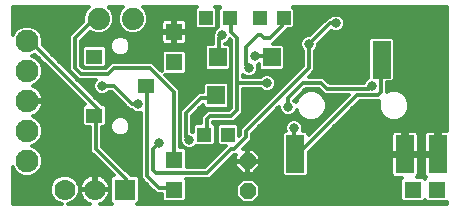
<source format=gbl>
G75*
%MOIN*%
%OFA0B0*%
%FSLAX25Y25*%
%IPPOS*%
%LPD*%
%AMOC8*
5,1,8,0,0,1.08239X$1,22.5*
%
%ADD10OC8,0.05200*%
%ADD11C,0.07000*%
%ADD12R,0.07000X0.07000*%
%ADD13R,0.05512X0.04724*%
%ADD14C,0.07400*%
%ADD15C,0.07600*%
%ADD16R,0.05543X0.05543*%
%ADD17R,0.05906X0.06299*%
%ADD18R,0.04724X0.04724*%
%ADD19R,0.06000X0.12500*%
%ADD20C,0.01200*%
%ADD21C,0.03160*%
%ADD22C,0.03346*%
%ADD23C,0.01600*%
%ADD24C,0.03150*%
D10*
X0082600Y0010600D03*
X0082600Y0020600D03*
D11*
X0031600Y0011100D03*
X0021600Y0011100D03*
D12*
X0041600Y0011100D03*
D13*
X0031439Y0035757D03*
X0048761Y0045600D03*
X0031439Y0055443D03*
D14*
X0032900Y0068100D03*
X0044300Y0068100D03*
D15*
X0009100Y0060600D03*
X0009100Y0050600D03*
X0009100Y0040600D03*
X0009100Y0030600D03*
X0009100Y0020600D03*
D16*
X0058100Y0021100D03*
X0058100Y0011100D03*
X0058100Y0053600D03*
X0058100Y0063600D03*
X0137600Y0011100D03*
X0145600Y0011100D03*
D17*
X0072100Y0042506D03*
X0072600Y0055194D03*
X0090600Y0055194D03*
D18*
X0086663Y0068285D03*
X0094537Y0068285D03*
X0076537Y0068285D03*
X0068663Y0068285D03*
X0068163Y0029415D03*
X0076037Y0029415D03*
D19*
X0098435Y0022850D03*
X0135002Y0022850D03*
X0145924Y0022850D03*
X0127191Y0054460D03*
D20*
X0004250Y0018721D02*
X0004250Y0006250D01*
X0020505Y0006250D01*
X0018824Y0006946D01*
X0017446Y0008324D01*
X0016700Y0010125D01*
X0016700Y0012075D01*
X0017446Y0013876D01*
X0018824Y0015254D01*
X0020625Y0016000D01*
X0022575Y0016000D01*
X0024376Y0015254D01*
X0025754Y0013876D01*
X0026500Y0012075D01*
X0026500Y0010125D01*
X0025754Y0008324D01*
X0024376Y0006946D01*
X0022695Y0006250D01*
X0030023Y0006250D01*
X0029642Y0006374D01*
X0028927Y0006738D01*
X0028278Y0007210D01*
X0027710Y0007778D01*
X0027238Y0008427D01*
X0026874Y0009142D01*
X0026626Y0009906D01*
X0026500Y0010699D01*
X0026500Y0010814D01*
X0031314Y0010814D01*
X0031314Y0011386D01*
X0031314Y0016200D01*
X0031199Y0016200D01*
X0030406Y0016074D01*
X0029642Y0015826D01*
X0028927Y0015462D01*
X0028278Y0014990D01*
X0027710Y0014422D01*
X0027238Y0013773D01*
X0026874Y0013058D01*
X0026626Y0012294D01*
X0026500Y0011501D01*
X0026500Y0011386D01*
X0031314Y0011386D01*
X0031886Y0011386D01*
X0031886Y0016200D01*
X0032001Y0016200D01*
X0032794Y0016074D01*
X0033558Y0015826D01*
X0034273Y0015462D01*
X0034922Y0014990D01*
X0035490Y0014422D01*
X0035962Y0013773D01*
X0036326Y0013058D01*
X0036574Y0012294D01*
X0036700Y0011501D01*
X0036700Y0011386D01*
X0031886Y0011386D01*
X0031886Y0010814D01*
X0036700Y0010814D01*
X0036700Y0010699D01*
X0036574Y0009906D01*
X0036326Y0009142D01*
X0035962Y0008427D01*
X0035490Y0007778D01*
X0034922Y0007210D01*
X0034273Y0006738D01*
X0033558Y0006374D01*
X0033177Y0006250D01*
X0037470Y0006250D01*
X0036700Y0007020D01*
X0036700Y0015180D01*
X0037520Y0016000D01*
X0037872Y0016000D01*
X0030100Y0023772D01*
X0030100Y0031995D01*
X0028103Y0031995D01*
X0027283Y0032815D01*
X0027283Y0038700D01*
X0028103Y0039520D01*
X0028352Y0039520D01*
X0011787Y0056085D01*
X0010617Y0055600D01*
X0012046Y0055008D01*
X0013508Y0053546D01*
X0014300Y0051634D01*
X0014300Y0049566D01*
X0013508Y0047654D01*
X0012046Y0046192D01*
X0010867Y0045704D01*
X0011173Y0045604D01*
X0011930Y0045218D01*
X0012618Y0044719D01*
X0013219Y0044118D01*
X0013718Y0043430D01*
X0014104Y0042673D01*
X0014367Y0041865D01*
X0014500Y0041025D01*
X0014500Y0040984D01*
X0009484Y0040984D01*
X0009484Y0040216D01*
X0014500Y0040216D01*
X0014500Y0040175D01*
X0014367Y0039335D01*
X0014104Y0038527D01*
X0013718Y0037770D01*
X0013219Y0037082D01*
X0012618Y0036481D01*
X0011930Y0035982D01*
X0011173Y0035596D01*
X0010867Y0035496D01*
X0012046Y0035008D01*
X0013508Y0033546D01*
X0014300Y0031634D01*
X0014300Y0029566D01*
X0013508Y0027654D01*
X0012046Y0026192D01*
X0010617Y0025600D01*
X0012046Y0025008D01*
X0013508Y0023546D01*
X0014300Y0021634D01*
X0014300Y0019566D01*
X0013508Y0017654D01*
X0012046Y0016192D01*
X0010134Y0015400D01*
X0008066Y0015400D01*
X0006154Y0016192D01*
X0004692Y0017654D01*
X0004250Y0018721D01*
X0004250Y0017784D02*
X0004638Y0017784D01*
X0004250Y0016585D02*
X0005761Y0016585D01*
X0004250Y0015387D02*
X0019144Y0015387D01*
X0017758Y0014188D02*
X0004250Y0014188D01*
X0004250Y0012990D02*
X0017079Y0012990D01*
X0016700Y0011791D02*
X0004250Y0011791D01*
X0004250Y0010593D02*
X0016700Y0010593D01*
X0017003Y0009394D02*
X0004250Y0009394D01*
X0004250Y0008196D02*
X0017575Y0008196D01*
X0018773Y0006997D02*
X0004250Y0006997D01*
X0012439Y0016585D02*
X0037286Y0016585D01*
X0036907Y0015387D02*
X0034377Y0015387D01*
X0031886Y0015387D02*
X0031314Y0015387D01*
X0028823Y0015387D02*
X0024056Y0015387D01*
X0025442Y0014188D02*
X0027540Y0014188D01*
X0026852Y0012990D02*
X0026121Y0012990D01*
X0026500Y0011791D02*
X0026546Y0011791D01*
X0026500Y0010593D02*
X0026517Y0010593D01*
X0026792Y0009394D02*
X0026197Y0009394D01*
X0025625Y0008196D02*
X0027406Y0008196D01*
X0028571Y0006997D02*
X0024427Y0006997D01*
X0031314Y0011791D02*
X0031886Y0011791D01*
X0031886Y0012990D02*
X0031314Y0012990D01*
X0031314Y0014188D02*
X0031886Y0014188D01*
X0035660Y0014188D02*
X0036700Y0014188D01*
X0036700Y0012990D02*
X0036348Y0012990D01*
X0036654Y0011791D02*
X0036700Y0011791D01*
X0036683Y0010593D02*
X0036700Y0010593D01*
X0036700Y0009394D02*
X0036408Y0009394D01*
X0036700Y0008196D02*
X0035794Y0008196D01*
X0036723Y0006997D02*
X0034629Y0006997D01*
X0041600Y0011100D02*
X0042100Y0011600D01*
X0042100Y0014600D01*
X0032100Y0024600D01*
X0032100Y0035600D01*
X0031439Y0035757D01*
X0032100Y0035600D02*
X0033100Y0036600D01*
X0033100Y0037600D01*
X0012100Y0058600D01*
X0011100Y0058600D01*
X0009100Y0060600D01*
X0004250Y0062479D02*
X0004250Y0071950D01*
X0029538Y0071950D01*
X0028576Y0070989D01*
X0027800Y0069114D01*
X0027800Y0067128D01*
X0023100Y0062428D01*
X0023100Y0050772D01*
X0024272Y0049600D01*
X0026272Y0047600D01*
X0031893Y0047600D01*
X0031578Y0047285D01*
X0031125Y0046192D01*
X0031125Y0045008D01*
X0031578Y0043915D01*
X0032415Y0043078D01*
X0033508Y0042625D01*
X0034692Y0042625D01*
X0035785Y0043078D01*
X0036307Y0043600D01*
X0037272Y0043600D01*
X0042100Y0038772D01*
X0043272Y0037600D01*
X0043893Y0037600D01*
X0044415Y0037078D01*
X0045508Y0036625D01*
X0046692Y0036625D01*
X0047100Y0036794D01*
X0047100Y0014772D01*
X0051100Y0010772D01*
X0052272Y0009600D01*
X0053928Y0009600D01*
X0053928Y0007748D01*
X0054748Y0006928D01*
X0061452Y0006928D01*
X0062272Y0007748D01*
X0062272Y0014452D01*
X0062123Y0014600D01*
X0069928Y0014600D01*
X0071100Y0015772D01*
X0077928Y0022600D01*
X0078660Y0022600D01*
X0078400Y0022340D01*
X0078400Y0020800D01*
X0082400Y0020800D01*
X0082400Y0024800D01*
X0081128Y0024800D01*
X0084100Y0027772D01*
X0084100Y0029772D01*
X0093125Y0038797D01*
X0093125Y0038008D01*
X0093578Y0036915D01*
X0094415Y0036078D01*
X0095508Y0035625D01*
X0096692Y0035625D01*
X0097785Y0036078D01*
X0098622Y0036915D01*
X0098869Y0037510D01*
X0099418Y0036184D01*
X0100853Y0034749D01*
X0102727Y0033972D01*
X0104756Y0033972D01*
X0106631Y0034749D01*
X0108065Y0036184D01*
X0108842Y0038058D01*
X0108842Y0040087D01*
X0108065Y0041961D01*
X0106631Y0043396D01*
X0104756Y0044172D01*
X0102727Y0044172D01*
X0100853Y0043396D01*
X0099418Y0041961D01*
X0098673Y0040162D01*
X0098622Y0040285D01*
X0098118Y0040789D01*
X0101928Y0044600D01*
X0106272Y0044600D01*
X0108272Y0042600D01*
X0116272Y0042600D01*
X0102835Y0029163D01*
X0102835Y0029680D01*
X0102015Y0030500D01*
X0100864Y0030500D01*
X0101075Y0031008D01*
X0101075Y0032192D01*
X0100622Y0033285D01*
X0099785Y0034122D01*
X0098692Y0034575D01*
X0097508Y0034575D01*
X0096415Y0034122D01*
X0095578Y0033285D01*
X0095125Y0032192D01*
X0095125Y0031008D01*
X0095336Y0030500D01*
X0094855Y0030500D01*
X0094035Y0029680D01*
X0094035Y0016020D01*
X0094855Y0015200D01*
X0102015Y0015200D01*
X0102835Y0016020D01*
X0102835Y0023506D01*
X0119928Y0040600D01*
X0126413Y0040600D01*
X0126201Y0040087D01*
X0126201Y0038058D01*
X0126977Y0036184D01*
X0128412Y0034749D01*
X0130286Y0033972D01*
X0132315Y0033972D01*
X0134190Y0034749D01*
X0135624Y0036184D01*
X0136401Y0038058D01*
X0136401Y0040087D01*
X0135624Y0041961D01*
X0134190Y0043396D01*
X0132315Y0044172D01*
X0130286Y0044172D01*
X0129100Y0043681D01*
X0129100Y0046810D01*
X0130770Y0046810D01*
X0131591Y0047630D01*
X0131591Y0061290D01*
X0130770Y0062110D01*
X0123611Y0062110D01*
X0122791Y0061290D01*
X0122791Y0048278D01*
X0122415Y0048122D01*
X0121578Y0047285D01*
X0121294Y0046600D01*
X0109928Y0046600D01*
X0109100Y0047428D01*
X0107928Y0048600D01*
X0102928Y0048600D01*
X0105100Y0050772D01*
X0105100Y0057393D01*
X0105622Y0057915D01*
X0106075Y0059008D01*
X0106075Y0059747D01*
X0110411Y0064082D01*
X0110415Y0064078D01*
X0111508Y0063625D01*
X0112692Y0063625D01*
X0113785Y0064078D01*
X0114622Y0064915D01*
X0115075Y0066008D01*
X0115075Y0067192D01*
X0114622Y0068285D01*
X0113785Y0069122D01*
X0112692Y0069575D01*
X0111508Y0069575D01*
X0110415Y0069122D01*
X0109893Y0068600D01*
X0109272Y0068600D01*
X0103247Y0062575D01*
X0102508Y0062575D01*
X0101415Y0062122D01*
X0100578Y0061285D01*
X0100125Y0060192D01*
X0100125Y0059008D01*
X0100578Y0057915D01*
X0101100Y0057393D01*
X0101100Y0052428D01*
X0080100Y0031428D01*
X0080100Y0029428D01*
X0079799Y0029128D01*
X0079799Y0032357D01*
X0078979Y0033177D01*
X0073095Y0033177D01*
X0072275Y0032357D01*
X0072275Y0026473D01*
X0073095Y0025653D01*
X0075324Y0025653D01*
X0068272Y0018600D01*
X0062272Y0018600D01*
X0062272Y0024452D01*
X0061808Y0024915D01*
X0062508Y0024625D01*
X0063692Y0024625D01*
X0064785Y0025078D01*
X0065360Y0025653D01*
X0071105Y0025653D01*
X0071925Y0026473D01*
X0071925Y0032357D01*
X0071105Y0033177D01*
X0071100Y0033177D01*
X0071100Y0033600D01*
X0077928Y0033600D01*
X0079928Y0035600D01*
X0081100Y0036772D01*
X0081100Y0044600D01*
X0086893Y0044600D01*
X0087415Y0044078D01*
X0088508Y0043625D01*
X0089692Y0043625D01*
X0090785Y0044078D01*
X0091622Y0044915D01*
X0092075Y0046008D01*
X0092075Y0047192D01*
X0091622Y0048285D01*
X0090785Y0049122D01*
X0089692Y0049575D01*
X0088508Y0049575D01*
X0087415Y0049122D01*
X0086893Y0048600D01*
X0081100Y0048600D01*
X0081100Y0049393D01*
X0081415Y0049078D01*
X0082508Y0048625D01*
X0083692Y0048625D01*
X0084785Y0049078D01*
X0085622Y0049915D01*
X0086075Y0051008D01*
X0086075Y0052192D01*
X0085866Y0052697D01*
X0086247Y0052855D01*
X0086247Y0051465D01*
X0087067Y0050645D01*
X0094133Y0050645D01*
X0094953Y0051465D01*
X0094953Y0058924D01*
X0094133Y0059744D01*
X0091072Y0059744D01*
X0092100Y0060772D01*
X0095851Y0064523D01*
X0097479Y0064523D01*
X0098299Y0065343D01*
X0098299Y0071227D01*
X0097576Y0071950D01*
X0148950Y0071950D01*
X0148950Y0030700D01*
X0146524Y0030700D01*
X0146524Y0023450D01*
X0145324Y0023450D01*
X0145324Y0030700D01*
X0142713Y0030700D01*
X0142306Y0030591D01*
X0141941Y0030380D01*
X0141643Y0030082D01*
X0141433Y0029718D01*
X0141324Y0029311D01*
X0141324Y0023450D01*
X0145324Y0023450D01*
X0145324Y0022250D01*
X0141324Y0022250D01*
X0141324Y0016389D01*
X0141433Y0015982D01*
X0141643Y0015618D01*
X0141941Y0015320D01*
X0142166Y0015190D01*
X0141600Y0014623D01*
X0140952Y0015272D01*
X0138901Y0015272D01*
X0138984Y0015320D01*
X0139282Y0015618D01*
X0139493Y0015982D01*
X0139602Y0016389D01*
X0139602Y0022250D01*
X0135602Y0022250D01*
X0135602Y0023450D01*
X0139602Y0023450D01*
X0139602Y0029311D01*
X0139493Y0029718D01*
X0139282Y0030082D01*
X0138984Y0030380D01*
X0138619Y0030591D01*
X0138212Y0030700D01*
X0135602Y0030700D01*
X0135602Y0023450D01*
X0134402Y0023450D01*
X0134402Y0030700D01*
X0131791Y0030700D01*
X0131384Y0030591D01*
X0131019Y0030380D01*
X0130721Y0030082D01*
X0130511Y0029718D01*
X0130402Y0029311D01*
X0130402Y0023450D01*
X0134402Y0023450D01*
X0134402Y0022250D01*
X0130402Y0022250D01*
X0130402Y0016389D01*
X0130511Y0015982D01*
X0130721Y0015618D01*
X0131019Y0015320D01*
X0131384Y0015109D01*
X0131791Y0015000D01*
X0133977Y0015000D01*
X0133428Y0014452D01*
X0133428Y0007748D01*
X0134248Y0006928D01*
X0140952Y0006928D01*
X0141600Y0007577D01*
X0142248Y0006928D01*
X0148950Y0006928D01*
X0148950Y0006250D01*
X0045730Y0006250D01*
X0046500Y0007020D01*
X0046500Y0015180D01*
X0045680Y0016000D01*
X0043528Y0016000D01*
X0042928Y0016600D01*
X0034100Y0025428D01*
X0034100Y0031995D01*
X0034774Y0031995D01*
X0035594Y0032815D01*
X0035594Y0038700D01*
X0034774Y0039520D01*
X0034009Y0039520D01*
X0014201Y0059327D01*
X0014300Y0059566D01*
X0014300Y0061634D01*
X0013508Y0063546D01*
X0012046Y0065008D01*
X0010134Y0065800D01*
X0008066Y0065800D01*
X0006154Y0065008D01*
X0004692Y0063546D01*
X0004250Y0062479D01*
X0004250Y0063327D02*
X0004601Y0063327D01*
X0004250Y0064526D02*
X0005672Y0064526D01*
X0004250Y0065724D02*
X0007882Y0065724D01*
X0010318Y0065724D02*
X0026396Y0065724D01*
X0027594Y0066923D02*
X0004250Y0066923D01*
X0004250Y0068121D02*
X0027800Y0068121D01*
X0027885Y0069320D02*
X0004250Y0069320D01*
X0004250Y0070518D02*
X0028381Y0070518D01*
X0029304Y0071717D02*
X0004250Y0071717D01*
X0012528Y0064526D02*
X0025197Y0064526D01*
X0023999Y0063327D02*
X0013599Y0063327D01*
X0014095Y0062129D02*
X0023100Y0062129D01*
X0023100Y0060930D02*
X0014300Y0060930D01*
X0014300Y0059732D02*
X0023100Y0059732D01*
X0023100Y0058533D02*
X0014995Y0058533D01*
X0016194Y0057334D02*
X0023100Y0057334D01*
X0023100Y0056136D02*
X0017392Y0056136D01*
X0018591Y0054937D02*
X0023100Y0054937D01*
X0023100Y0053739D02*
X0019789Y0053739D01*
X0020988Y0052540D02*
X0023100Y0052540D01*
X0025100Y0051600D02*
X0025100Y0061600D01*
X0032100Y0068600D01*
X0032900Y0068100D01*
X0038000Y0068121D02*
X0039200Y0068121D01*
X0039200Y0069114D02*
X0039200Y0067086D01*
X0039976Y0065211D01*
X0041411Y0063776D01*
X0043286Y0063000D01*
X0045314Y0063000D01*
X0047189Y0063776D01*
X0048624Y0065211D01*
X0049400Y0067086D01*
X0049400Y0069114D01*
X0048624Y0070989D01*
X0047662Y0071950D01*
X0065624Y0071950D01*
X0064901Y0071227D01*
X0064901Y0065343D01*
X0065721Y0064523D01*
X0071605Y0064523D01*
X0072425Y0065343D01*
X0072425Y0071227D01*
X0071702Y0071950D01*
X0073498Y0071950D01*
X0072775Y0071227D01*
X0072775Y0065343D01*
X0072826Y0065292D01*
X0072415Y0065122D01*
X0071578Y0064285D01*
X0071125Y0063192D01*
X0071125Y0062453D01*
X0071100Y0062428D01*
X0071100Y0059744D01*
X0069067Y0059744D01*
X0068247Y0058924D01*
X0068247Y0051465D01*
X0069067Y0050645D01*
X0076133Y0050645D01*
X0076953Y0051465D01*
X0076953Y0058924D01*
X0076133Y0059744D01*
X0075100Y0059744D01*
X0075100Y0059794D01*
X0075785Y0060078D01*
X0076622Y0060915D01*
X0076720Y0061151D01*
X0077100Y0060772D01*
X0077100Y0038428D01*
X0076272Y0037600D01*
X0069272Y0037600D01*
X0068100Y0036428D01*
X0067100Y0035428D01*
X0067100Y0033177D01*
X0065221Y0033177D01*
X0064401Y0032357D01*
X0064401Y0030281D01*
X0064100Y0030406D01*
X0064100Y0035772D01*
X0067747Y0039419D01*
X0067747Y0038776D01*
X0068567Y0037956D01*
X0075633Y0037956D01*
X0076453Y0038776D01*
X0076453Y0046235D01*
X0075633Y0047055D01*
X0068567Y0047055D01*
X0067747Y0046235D01*
X0067747Y0043600D01*
X0066272Y0043600D01*
X0065100Y0042428D01*
X0060100Y0037428D01*
X0060100Y0027772D01*
X0060125Y0027747D01*
X0060125Y0027008D01*
X0060578Y0025915D01*
X0061221Y0025272D01*
X0060100Y0025272D01*
X0060100Y0044428D01*
X0055100Y0049428D01*
X0061452Y0049428D01*
X0062272Y0050248D01*
X0062272Y0056952D01*
X0061452Y0057772D01*
X0054748Y0057772D01*
X0053928Y0056952D01*
X0053928Y0050600D01*
X0052100Y0052428D01*
X0050928Y0053600D01*
X0037272Y0053600D01*
X0035272Y0051600D01*
X0027928Y0051600D01*
X0027100Y0052428D01*
X0027100Y0060772D01*
X0030077Y0063749D01*
X0031886Y0063000D01*
X0033914Y0063000D01*
X0035789Y0063776D01*
X0037224Y0065211D01*
X0038000Y0067086D01*
X0038000Y0069114D01*
X0037224Y0070989D01*
X0036262Y0071950D01*
X0040938Y0071950D01*
X0039976Y0070989D01*
X0039200Y0069114D01*
X0039285Y0069320D02*
X0037915Y0069320D01*
X0037419Y0070518D02*
X0039781Y0070518D01*
X0040704Y0071717D02*
X0036496Y0071717D01*
X0037932Y0066923D02*
X0039267Y0066923D01*
X0039764Y0065724D02*
X0037436Y0065724D01*
X0036538Y0064526D02*
X0040662Y0064526D01*
X0042496Y0063327D02*
X0034704Y0063327D01*
X0031096Y0063327D02*
X0029655Y0063327D01*
X0028457Y0062129D02*
X0038877Y0062129D01*
X0039429Y0062357D02*
X0038190Y0061844D01*
X0037242Y0060896D01*
X0036728Y0059656D01*
X0036728Y0058315D01*
X0037242Y0057076D01*
X0038190Y0056127D01*
X0039429Y0055614D01*
X0040771Y0055614D01*
X0042010Y0056127D01*
X0042958Y0057076D01*
X0043472Y0058315D01*
X0043472Y0059656D01*
X0042958Y0060896D01*
X0042010Y0061844D01*
X0040771Y0062357D01*
X0039429Y0062357D01*
X0041323Y0062129D02*
X0053728Y0062129D01*
X0053728Y0060930D02*
X0042924Y0060930D01*
X0043441Y0059732D02*
X0054162Y0059732D01*
X0054048Y0059846D02*
X0054346Y0059548D01*
X0054711Y0059337D01*
X0055118Y0059228D01*
X0057814Y0059228D01*
X0057814Y0063314D01*
X0053728Y0063314D01*
X0053728Y0060618D01*
X0053837Y0060211D01*
X0054048Y0059846D01*
X0057814Y0059732D02*
X0058386Y0059732D01*
X0058386Y0059228D02*
X0061082Y0059228D01*
X0061489Y0059337D01*
X0061854Y0059548D01*
X0062152Y0059846D01*
X0062363Y0060211D01*
X0062472Y0060618D01*
X0062472Y0063314D01*
X0058386Y0063314D01*
X0058386Y0063886D01*
X0057814Y0063886D01*
X0057814Y0067972D01*
X0055118Y0067972D01*
X0054711Y0067863D01*
X0054346Y0067652D01*
X0054048Y0067354D01*
X0053837Y0066989D01*
X0053728Y0066582D01*
X0053728Y0063886D01*
X0057814Y0063886D01*
X0057814Y0063314D01*
X0058386Y0063314D01*
X0058386Y0059228D01*
X0058386Y0060930D02*
X0057814Y0060930D01*
X0057814Y0062129D02*
X0058386Y0062129D01*
X0058386Y0063327D02*
X0071181Y0063327D01*
X0071608Y0064526D02*
X0071818Y0064526D01*
X0072425Y0065724D02*
X0072775Y0065724D01*
X0072775Y0066923D02*
X0072425Y0066923D01*
X0072425Y0068121D02*
X0072775Y0068121D01*
X0072775Y0069320D02*
X0072425Y0069320D01*
X0072425Y0070518D02*
X0072775Y0070518D01*
X0073264Y0071717D02*
X0071936Y0071717D01*
X0076537Y0068285D02*
X0077100Y0067600D01*
X0077100Y0063600D01*
X0079100Y0061600D01*
X0079100Y0046600D01*
X0089100Y0046600D01*
X0091845Y0047746D02*
X0096418Y0047746D01*
X0095219Y0046548D02*
X0092075Y0046548D01*
X0091802Y0045349D02*
X0094021Y0045349D01*
X0092822Y0044151D02*
X0090858Y0044151D01*
X0091624Y0042952D02*
X0081100Y0042952D01*
X0081100Y0044151D02*
X0087342Y0044151D01*
X0090425Y0041754D02*
X0081100Y0041754D01*
X0081100Y0040555D02*
X0089227Y0040555D01*
X0088028Y0039357D02*
X0081100Y0039357D01*
X0081100Y0038158D02*
X0086830Y0038158D01*
X0085631Y0036960D02*
X0081100Y0036960D01*
X0080090Y0035761D02*
X0084433Y0035761D01*
X0083234Y0034563D02*
X0078891Y0034563D01*
X0077100Y0035600D02*
X0079100Y0037600D01*
X0079100Y0046600D01*
X0077100Y0046548D02*
X0076140Y0046548D01*
X0077100Y0047746D02*
X0056782Y0047746D01*
X0057981Y0046548D02*
X0068060Y0046548D01*
X0067747Y0045349D02*
X0059179Y0045349D01*
X0060100Y0044151D02*
X0067747Y0044151D01*
X0065624Y0042952D02*
X0060100Y0042952D01*
X0058100Y0043600D02*
X0050100Y0051600D01*
X0038100Y0051600D01*
X0036100Y0049600D01*
X0027100Y0049600D01*
X0025100Y0051600D01*
X0023100Y0051342D02*
X0022186Y0051342D01*
X0023385Y0050143D02*
X0023728Y0050143D01*
X0024583Y0048945D02*
X0024927Y0048945D01*
X0025782Y0047746D02*
X0026125Y0047746D01*
X0026981Y0046548D02*
X0031273Y0046548D01*
X0031125Y0045349D02*
X0028179Y0045349D01*
X0029378Y0044151D02*
X0031480Y0044151D01*
X0030576Y0042952D02*
X0032718Y0042952D01*
X0031775Y0041754D02*
X0039118Y0041754D01*
X0040316Y0040555D02*
X0032973Y0040555D01*
X0034937Y0039357D02*
X0041515Y0039357D01*
X0042713Y0038158D02*
X0035594Y0038158D01*
X0035594Y0036960D02*
X0044700Y0036960D01*
X0047100Y0035761D02*
X0035594Y0035761D01*
X0035594Y0034563D02*
X0037680Y0034563D01*
X0037242Y0034124D02*
X0036728Y0032885D01*
X0036728Y0031544D01*
X0037242Y0030304D01*
X0038190Y0029356D01*
X0039429Y0028843D01*
X0040771Y0028843D01*
X0042010Y0029356D01*
X0042958Y0030304D01*
X0043472Y0031544D01*
X0043472Y0032885D01*
X0042958Y0034124D01*
X0042010Y0035073D01*
X0040771Y0035586D01*
X0039429Y0035586D01*
X0038190Y0035073D01*
X0037242Y0034124D01*
X0036927Y0033364D02*
X0035594Y0033364D01*
X0034945Y0032166D02*
X0036728Y0032166D01*
X0036967Y0030967D02*
X0034100Y0030967D01*
X0034100Y0029769D02*
X0037777Y0029769D01*
X0034100Y0028570D02*
X0047100Y0028570D01*
X0047100Y0027372D02*
X0034100Y0027372D01*
X0034100Y0026173D02*
X0047100Y0026173D01*
X0047100Y0024975D02*
X0034554Y0024975D01*
X0035752Y0023776D02*
X0047100Y0023776D01*
X0047100Y0022578D02*
X0036951Y0022578D01*
X0038149Y0021379D02*
X0047100Y0021379D01*
X0047100Y0020181D02*
X0039348Y0020181D01*
X0040546Y0018982D02*
X0047100Y0018982D01*
X0047100Y0017784D02*
X0041745Y0017784D01*
X0042943Y0016585D02*
X0047100Y0016585D01*
X0047100Y0015387D02*
X0046293Y0015387D01*
X0049100Y0015600D02*
X0053100Y0011600D01*
X0058100Y0011600D01*
X0058100Y0011100D01*
X0062272Y0010593D02*
X0078600Y0010593D01*
X0078600Y0009394D02*
X0062272Y0009394D01*
X0062272Y0008196D02*
X0079348Y0008196D01*
X0078600Y0008943D02*
X0080943Y0006600D01*
X0084257Y0006600D01*
X0086600Y0008943D01*
X0086600Y0012257D01*
X0084257Y0014600D01*
X0080943Y0014600D01*
X0078600Y0012257D01*
X0078600Y0008943D01*
X0080546Y0006997D02*
X0061520Y0006997D01*
X0054680Y0006997D02*
X0046477Y0006997D01*
X0046500Y0008196D02*
X0053928Y0008196D01*
X0053928Y0009394D02*
X0046500Y0009394D01*
X0046500Y0010593D02*
X0051279Y0010593D01*
X0050080Y0011791D02*
X0046500Y0011791D01*
X0046500Y0012990D02*
X0048882Y0012990D01*
X0047683Y0014188D02*
X0046500Y0014188D01*
X0049100Y0015600D02*
X0049100Y0045600D01*
X0048761Y0045600D01*
X0055583Y0048945D02*
X0077100Y0048945D01*
X0077100Y0050143D02*
X0062167Y0050143D01*
X0062272Y0051342D02*
X0068370Y0051342D01*
X0068247Y0052540D02*
X0062272Y0052540D01*
X0062272Y0053739D02*
X0068247Y0053739D01*
X0068247Y0054937D02*
X0062272Y0054937D01*
X0062272Y0056136D02*
X0068247Y0056136D01*
X0068247Y0057334D02*
X0061889Y0057334D01*
X0062038Y0059732D02*
X0069055Y0059732D01*
X0068247Y0058533D02*
X0043472Y0058533D01*
X0043065Y0057334D02*
X0054311Y0057334D01*
X0053928Y0056136D02*
X0042018Y0056136D01*
X0038182Y0056136D02*
X0035594Y0056136D01*
X0035594Y0054937D02*
X0053928Y0054937D01*
X0053928Y0053739D02*
X0035594Y0053739D01*
X0035594Y0052540D02*
X0036212Y0052540D01*
X0035594Y0052500D02*
X0034774Y0051680D01*
X0028103Y0051680D01*
X0027283Y0052500D01*
X0027283Y0058385D01*
X0028103Y0059205D01*
X0034774Y0059205D01*
X0035594Y0058385D01*
X0035594Y0052500D01*
X0027283Y0052540D02*
X0027100Y0052540D01*
X0027100Y0053739D02*
X0027283Y0053739D01*
X0027283Y0054937D02*
X0027100Y0054937D01*
X0027100Y0056136D02*
X0027283Y0056136D01*
X0027283Y0057334D02*
X0027100Y0057334D01*
X0027100Y0058533D02*
X0027431Y0058533D01*
X0027100Y0059732D02*
X0036759Y0059732D01*
X0036728Y0058533D02*
X0035446Y0058533D01*
X0035594Y0057334D02*
X0037135Y0057334D01*
X0037276Y0060930D02*
X0027258Y0060930D01*
X0014133Y0053739D02*
X0013315Y0053739D01*
X0013925Y0052540D02*
X0015331Y0052540D01*
X0014300Y0051342D02*
X0016530Y0051342D01*
X0017728Y0050143D02*
X0014300Y0050143D01*
X0014043Y0048945D02*
X0018927Y0048945D01*
X0020125Y0047746D02*
X0013546Y0047746D01*
X0012402Y0046548D02*
X0021324Y0046548D01*
X0022522Y0045349D02*
X0011673Y0045349D01*
X0013186Y0044151D02*
X0023721Y0044151D01*
X0024919Y0042952D02*
X0013962Y0042952D01*
X0014385Y0041754D02*
X0026118Y0041754D01*
X0027316Y0040555D02*
X0009484Y0040555D01*
X0013916Y0038158D02*
X0027283Y0038158D01*
X0027940Y0039357D02*
X0014370Y0039357D01*
X0013097Y0036960D02*
X0027283Y0036960D01*
X0027283Y0035761D02*
X0011498Y0035761D01*
X0012491Y0034563D02*
X0027283Y0034563D01*
X0027283Y0033364D02*
X0013583Y0033364D01*
X0014080Y0032166D02*
X0027932Y0032166D01*
X0030100Y0030967D02*
X0014300Y0030967D01*
X0014300Y0029769D02*
X0030100Y0029769D01*
X0030100Y0028570D02*
X0013888Y0028570D01*
X0013226Y0027372D02*
X0030100Y0027372D01*
X0030100Y0026173D02*
X0012001Y0026173D01*
X0012079Y0024975D02*
X0030100Y0024975D01*
X0030100Y0023776D02*
X0013278Y0023776D01*
X0013909Y0022578D02*
X0031294Y0022578D01*
X0032492Y0021379D02*
X0014300Y0021379D01*
X0014300Y0020181D02*
X0033691Y0020181D01*
X0034889Y0018982D02*
X0014058Y0018982D01*
X0013562Y0017784D02*
X0036088Y0017784D01*
X0051100Y0017600D02*
X0052100Y0016600D01*
X0069100Y0016600D01*
X0077100Y0024600D01*
X0078100Y0024600D01*
X0082100Y0028600D01*
X0082100Y0030600D01*
X0103100Y0051600D01*
X0103100Y0059600D01*
X0110100Y0066600D01*
X0112100Y0066600D01*
X0114957Y0065724D02*
X0148950Y0065724D01*
X0148950Y0066923D02*
X0115075Y0066923D01*
X0114690Y0068121D02*
X0148950Y0068121D01*
X0148950Y0069320D02*
X0113308Y0069320D01*
X0110892Y0069320D02*
X0098299Y0069320D01*
X0098299Y0070518D02*
X0148950Y0070518D01*
X0148950Y0071717D02*
X0097810Y0071717D01*
X0094537Y0068285D02*
X0094100Y0067600D01*
X0094100Y0065600D01*
X0090100Y0061600D01*
X0088100Y0061600D01*
X0087100Y0062600D01*
X0086100Y0062600D01*
X0082100Y0058600D01*
X0082100Y0052600D01*
X0083100Y0051600D01*
X0085931Y0052540D02*
X0086247Y0052540D01*
X0086370Y0051342D02*
X0086075Y0051342D01*
X0085717Y0050143D02*
X0098815Y0050143D01*
X0097616Y0048945D02*
X0090962Y0048945D01*
X0094830Y0051342D02*
X0100014Y0051342D01*
X0101100Y0052540D02*
X0094953Y0052540D01*
X0094953Y0053739D02*
X0101100Y0053739D01*
X0101100Y0054937D02*
X0094953Y0054937D01*
X0094953Y0056136D02*
X0101100Y0056136D01*
X0101100Y0057334D02*
X0094953Y0057334D01*
X0094953Y0058533D02*
X0100322Y0058533D01*
X0100125Y0059732D02*
X0094145Y0059732D01*
X0092258Y0060930D02*
X0100431Y0060930D01*
X0101430Y0062129D02*
X0093457Y0062129D01*
X0094655Y0063327D02*
X0103999Y0063327D01*
X0105197Y0064526D02*
X0097482Y0064526D01*
X0098299Y0065724D02*
X0106396Y0065724D01*
X0107594Y0066923D02*
X0098299Y0066923D01*
X0098299Y0068121D02*
X0108793Y0068121D01*
X0114233Y0064526D02*
X0148950Y0064526D01*
X0148950Y0063327D02*
X0109655Y0063327D01*
X0108457Y0062129D02*
X0148950Y0062129D01*
X0148950Y0060930D02*
X0131591Y0060930D01*
X0131591Y0059732D02*
X0148950Y0059732D01*
X0148950Y0058533D02*
X0131591Y0058533D01*
X0131591Y0057334D02*
X0148950Y0057334D01*
X0148950Y0056136D02*
X0131591Y0056136D01*
X0131591Y0054937D02*
X0148950Y0054937D01*
X0148950Y0053739D02*
X0131591Y0053739D01*
X0131591Y0052540D02*
X0148950Y0052540D01*
X0148950Y0051342D02*
X0131591Y0051342D01*
X0131591Y0050143D02*
X0148950Y0050143D01*
X0148950Y0048945D02*
X0131591Y0048945D01*
X0131591Y0047746D02*
X0148950Y0047746D01*
X0148950Y0046548D02*
X0129100Y0046548D01*
X0129100Y0045349D02*
X0148950Y0045349D01*
X0148950Y0044151D02*
X0132367Y0044151D01*
X0134633Y0042952D02*
X0148950Y0042952D01*
X0148950Y0041754D02*
X0135710Y0041754D01*
X0136207Y0040555D02*
X0148950Y0040555D01*
X0148950Y0039357D02*
X0136401Y0039357D01*
X0136401Y0038158D02*
X0148950Y0038158D01*
X0148950Y0036960D02*
X0135946Y0036960D01*
X0135202Y0035761D02*
X0148950Y0035761D01*
X0148950Y0034563D02*
X0133740Y0034563D01*
X0128861Y0034563D02*
X0113891Y0034563D01*
X0115090Y0035761D02*
X0127399Y0035761D01*
X0126656Y0036960D02*
X0116288Y0036960D01*
X0117487Y0038158D02*
X0126201Y0038158D01*
X0126201Y0039357D02*
X0118685Y0039357D01*
X0119884Y0040555D02*
X0126395Y0040555D01*
X0126100Y0042600D02*
X0119100Y0042600D01*
X0099100Y0022600D01*
X0098435Y0022850D01*
X0098100Y0023600D01*
X0098100Y0031600D01*
X0100543Y0033364D02*
X0107036Y0033364D01*
X0105837Y0032166D02*
X0101075Y0032166D01*
X0101058Y0030967D02*
X0104639Y0030967D01*
X0103440Y0029769D02*
X0102746Y0029769D01*
X0106700Y0027372D02*
X0130402Y0027372D01*
X0130402Y0028570D02*
X0107899Y0028570D01*
X0109097Y0029769D02*
X0130540Y0029769D01*
X0134402Y0029769D02*
X0135602Y0029769D01*
X0135602Y0028570D02*
X0134402Y0028570D01*
X0134402Y0027372D02*
X0135602Y0027372D01*
X0135602Y0026173D02*
X0134402Y0026173D01*
X0134402Y0024975D02*
X0135602Y0024975D01*
X0135602Y0023776D02*
X0134402Y0023776D01*
X0134402Y0022578D02*
X0102835Y0022578D01*
X0102835Y0021379D02*
X0130402Y0021379D01*
X0130402Y0020181D02*
X0102835Y0020181D01*
X0102835Y0018982D02*
X0130402Y0018982D01*
X0130402Y0017784D02*
X0102835Y0017784D01*
X0102835Y0016585D02*
X0130402Y0016585D01*
X0130952Y0015387D02*
X0102201Y0015387D01*
X0094668Y0015387D02*
X0070715Y0015387D01*
X0071914Y0016585D02*
X0080675Y0016585D01*
X0080860Y0016400D02*
X0082400Y0016400D01*
X0082400Y0020400D01*
X0082800Y0020400D01*
X0082800Y0020800D01*
X0082400Y0020800D01*
X0082400Y0020400D01*
X0078400Y0020400D01*
X0078400Y0018860D01*
X0080860Y0016400D01*
X0082400Y0016585D02*
X0082800Y0016585D01*
X0082800Y0016400D02*
X0084340Y0016400D01*
X0086800Y0018860D01*
X0086800Y0020400D01*
X0082800Y0020400D01*
X0082800Y0016400D01*
X0084525Y0016585D02*
X0094035Y0016585D01*
X0094035Y0017784D02*
X0085723Y0017784D01*
X0086800Y0018982D02*
X0094035Y0018982D01*
X0094035Y0020181D02*
X0086800Y0020181D01*
X0086800Y0020800D02*
X0086800Y0022340D01*
X0084340Y0024800D01*
X0082800Y0024800D01*
X0082800Y0020800D01*
X0086800Y0020800D01*
X0086800Y0021379D02*
X0094035Y0021379D01*
X0094035Y0022578D02*
X0086562Y0022578D01*
X0085363Y0023776D02*
X0094035Y0023776D01*
X0094035Y0024975D02*
X0081303Y0024975D01*
X0082400Y0023776D02*
X0082800Y0023776D01*
X0082800Y0022578D02*
X0082400Y0022578D01*
X0082400Y0021379D02*
X0082800Y0021379D01*
X0082800Y0020181D02*
X0082400Y0020181D01*
X0082400Y0018982D02*
X0082800Y0018982D01*
X0082800Y0017784D02*
X0082400Y0017784D01*
X0079477Y0017784D02*
X0073112Y0017784D01*
X0074311Y0018982D02*
X0078400Y0018982D01*
X0078400Y0020181D02*
X0075509Y0020181D01*
X0076708Y0021379D02*
X0078400Y0021379D01*
X0078638Y0022578D02*
X0077906Y0022578D01*
X0074646Y0024975D02*
X0064536Y0024975D01*
X0062272Y0023776D02*
X0073448Y0023776D01*
X0072249Y0022578D02*
X0062272Y0022578D01*
X0062272Y0021379D02*
X0071051Y0021379D01*
X0069852Y0020181D02*
X0062272Y0020181D01*
X0062272Y0018982D02*
X0068654Y0018982D01*
X0062272Y0014188D02*
X0080531Y0014188D01*
X0079333Y0012990D02*
X0062272Y0012990D01*
X0062272Y0011791D02*
X0078600Y0011791D01*
X0084669Y0014188D02*
X0133428Y0014188D01*
X0133428Y0012990D02*
X0085867Y0012990D01*
X0086600Y0011791D02*
X0133428Y0011791D01*
X0133428Y0010593D02*
X0086600Y0010593D01*
X0086600Y0009394D02*
X0133428Y0009394D01*
X0133428Y0008196D02*
X0085852Y0008196D01*
X0084654Y0006997D02*
X0134180Y0006997D01*
X0141020Y0006997D02*
X0142180Y0006997D01*
X0141874Y0015387D02*
X0139051Y0015387D01*
X0139602Y0016585D02*
X0141324Y0016585D01*
X0141324Y0017784D02*
X0139602Y0017784D01*
X0139602Y0018982D02*
X0141324Y0018982D01*
X0141324Y0020181D02*
X0139602Y0020181D01*
X0139602Y0021379D02*
X0141324Y0021379D01*
X0141324Y0023776D02*
X0139602Y0023776D01*
X0139602Y0024975D02*
X0141324Y0024975D01*
X0141324Y0026173D02*
X0139602Y0026173D01*
X0139602Y0027372D02*
X0141324Y0027372D01*
X0141324Y0028570D02*
X0139602Y0028570D01*
X0139463Y0029769D02*
X0141462Y0029769D01*
X0145324Y0029769D02*
X0146524Y0029769D01*
X0148950Y0030967D02*
X0110296Y0030967D01*
X0111494Y0032166D02*
X0148950Y0032166D01*
X0148950Y0033364D02*
X0112693Y0033364D01*
X0108234Y0034563D02*
X0106181Y0034563D01*
X0107643Y0035761D02*
X0109433Y0035761D01*
X0108387Y0036960D02*
X0110631Y0036960D01*
X0111830Y0038158D02*
X0108842Y0038158D01*
X0108842Y0039357D02*
X0113028Y0039357D01*
X0114227Y0040555D02*
X0108648Y0040555D01*
X0108151Y0041754D02*
X0115425Y0041754D01*
X0109100Y0044600D02*
X0107100Y0046600D01*
X0101100Y0046600D01*
X0096100Y0041600D01*
X0096100Y0038600D01*
X0093125Y0038158D02*
X0092487Y0038158D01*
X0093559Y0036960D02*
X0091288Y0036960D01*
X0090090Y0035761D02*
X0095179Y0035761D01*
X0097021Y0035761D02*
X0099840Y0035761D01*
X0099097Y0036960D02*
X0098641Y0036960D01*
X0098721Y0034563D02*
X0101302Y0034563D01*
X0097479Y0034563D02*
X0088891Y0034563D01*
X0087693Y0033364D02*
X0095657Y0033364D01*
X0095125Y0032166D02*
X0086494Y0032166D01*
X0085296Y0030967D02*
X0095142Y0030967D01*
X0094123Y0029769D02*
X0084100Y0029769D01*
X0084100Y0028570D02*
X0094035Y0028570D01*
X0094035Y0027372D02*
X0083700Y0027372D01*
X0082502Y0026173D02*
X0094035Y0026173D01*
X0103105Y0023776D02*
X0130402Y0023776D01*
X0130402Y0024975D02*
X0104303Y0024975D01*
X0105502Y0026173D02*
X0130402Y0026173D01*
X0135602Y0022578D02*
X0145324Y0022578D01*
X0145324Y0023776D02*
X0146524Y0023776D01*
X0146524Y0024975D02*
X0145324Y0024975D01*
X0145324Y0026173D02*
X0146524Y0026173D01*
X0146524Y0027372D02*
X0145324Y0027372D01*
X0145324Y0028570D02*
X0146524Y0028570D01*
X0127100Y0043600D02*
X0126100Y0042600D01*
X0127100Y0043600D02*
X0127100Y0053600D01*
X0127191Y0054460D01*
X0122791Y0054937D02*
X0105100Y0054937D01*
X0105100Y0056136D02*
X0122791Y0056136D01*
X0122791Y0057334D02*
X0105100Y0057334D01*
X0105878Y0058533D02*
X0122791Y0058533D01*
X0122791Y0059732D02*
X0106075Y0059732D01*
X0107258Y0060930D02*
X0122791Y0060930D01*
X0122791Y0053739D02*
X0105100Y0053739D01*
X0105100Y0052540D02*
X0122791Y0052540D01*
X0122791Y0051342D02*
X0105100Y0051342D01*
X0104472Y0050143D02*
X0122791Y0050143D01*
X0122791Y0048945D02*
X0103273Y0048945D01*
X0108782Y0047746D02*
X0122039Y0047746D01*
X0124100Y0045600D02*
X0123100Y0044600D01*
X0109100Y0044600D01*
X0107919Y0042952D02*
X0107074Y0042952D01*
X0106721Y0044151D02*
X0104808Y0044151D01*
X0102675Y0044151D02*
X0101479Y0044151D01*
X0100409Y0042952D02*
X0100281Y0042952D01*
X0099332Y0041754D02*
X0099082Y0041754D01*
X0098836Y0040555D02*
X0098352Y0040555D01*
X0087238Y0048945D02*
X0084464Y0048945D01*
X0081736Y0048945D02*
X0081100Y0048945D01*
X0077100Y0051342D02*
X0076830Y0051342D01*
X0076953Y0052540D02*
X0077100Y0052540D01*
X0077100Y0053739D02*
X0076953Y0053739D01*
X0076953Y0054937D02*
X0077100Y0054937D01*
X0077100Y0056136D02*
X0076953Y0056136D01*
X0076953Y0057334D02*
X0077100Y0057334D01*
X0077100Y0058533D02*
X0076953Y0058533D01*
X0077100Y0059732D02*
X0076145Y0059732D01*
X0076628Y0060930D02*
X0076942Y0060930D01*
X0074100Y0062600D02*
X0073100Y0061600D01*
X0073100Y0055600D01*
X0072600Y0055194D01*
X0071100Y0060930D02*
X0062472Y0060930D01*
X0062472Y0062129D02*
X0071100Y0062129D01*
X0065718Y0064526D02*
X0062472Y0064526D01*
X0062472Y0063886D02*
X0062472Y0066582D01*
X0062363Y0066989D01*
X0062152Y0067354D01*
X0061854Y0067652D01*
X0061489Y0067863D01*
X0061082Y0067972D01*
X0058386Y0067972D01*
X0058386Y0063886D01*
X0062472Y0063886D01*
X0062472Y0065724D02*
X0064901Y0065724D01*
X0064901Y0066923D02*
X0062380Y0066923D01*
X0064901Y0068121D02*
X0049400Y0068121D01*
X0049332Y0066923D02*
X0053820Y0066923D01*
X0053728Y0065724D02*
X0048836Y0065724D01*
X0047938Y0064526D02*
X0053728Y0064526D01*
X0057814Y0064526D02*
X0058386Y0064526D01*
X0057814Y0063327D02*
X0046104Y0063327D01*
X0049315Y0069320D02*
X0064901Y0069320D01*
X0064901Y0070518D02*
X0048819Y0070518D01*
X0047896Y0071717D02*
X0065390Y0071717D01*
X0058386Y0066923D02*
X0057814Y0066923D01*
X0057814Y0065724D02*
X0058386Y0065724D01*
X0053928Y0052540D02*
X0051988Y0052540D01*
X0053186Y0051342D02*
X0053928Y0051342D01*
X0058100Y0043600D02*
X0058100Y0021100D01*
X0053100Y0026600D02*
X0051100Y0024600D01*
X0051100Y0017600D01*
X0060100Y0026173D02*
X0060471Y0026173D01*
X0060125Y0027372D02*
X0060100Y0027372D01*
X0060100Y0028570D02*
X0060100Y0028570D01*
X0060100Y0029769D02*
X0060100Y0029769D01*
X0060100Y0030967D02*
X0060100Y0030967D01*
X0060100Y0032166D02*
X0060100Y0032166D01*
X0060100Y0033364D02*
X0060100Y0033364D01*
X0060100Y0034563D02*
X0060100Y0034563D01*
X0060100Y0035761D02*
X0060100Y0035761D01*
X0060100Y0036960D02*
X0060100Y0036960D01*
X0060100Y0038158D02*
X0060830Y0038158D01*
X0060100Y0039357D02*
X0062028Y0039357D01*
X0063227Y0040555D02*
X0060100Y0040555D01*
X0060100Y0041754D02*
X0064425Y0041754D01*
X0067100Y0041600D02*
X0072100Y0041600D01*
X0072100Y0042506D01*
X0076453Y0042952D02*
X0077100Y0042952D01*
X0077100Y0044151D02*
X0076453Y0044151D01*
X0076453Y0045349D02*
X0077100Y0045349D01*
X0077100Y0041754D02*
X0076453Y0041754D01*
X0076453Y0040555D02*
X0077100Y0040555D01*
X0077100Y0039357D02*
X0076453Y0039357D01*
X0076830Y0038158D02*
X0075835Y0038158D01*
X0077100Y0035600D02*
X0070100Y0035600D01*
X0069100Y0034600D01*
X0069100Y0029600D01*
X0068163Y0029415D01*
X0064401Y0030967D02*
X0064100Y0030967D01*
X0064100Y0032166D02*
X0064401Y0032166D01*
X0064100Y0033364D02*
X0067100Y0033364D01*
X0067100Y0034563D02*
X0064100Y0034563D01*
X0064100Y0035761D02*
X0067433Y0035761D01*
X0068631Y0036960D02*
X0065288Y0036960D01*
X0066487Y0038158D02*
X0068365Y0038158D01*
X0067747Y0039357D02*
X0067685Y0039357D01*
X0067100Y0041600D02*
X0062100Y0036600D01*
X0062100Y0028600D01*
X0063100Y0027600D01*
X0071626Y0026173D02*
X0072574Y0026173D01*
X0072275Y0027372D02*
X0071925Y0027372D01*
X0071925Y0028570D02*
X0072275Y0028570D01*
X0072275Y0029769D02*
X0071925Y0029769D01*
X0071925Y0030967D02*
X0072275Y0030967D01*
X0072275Y0032166D02*
X0071925Y0032166D01*
X0071100Y0033364D02*
X0082036Y0033364D01*
X0080837Y0032166D02*
X0079799Y0032166D01*
X0079799Y0030967D02*
X0080100Y0030967D01*
X0080100Y0029769D02*
X0079799Y0029769D01*
X0047100Y0029769D02*
X0042423Y0029769D01*
X0043233Y0030967D02*
X0047100Y0030967D01*
X0047100Y0032166D02*
X0043472Y0032166D01*
X0043273Y0033364D02*
X0047100Y0033364D01*
X0047100Y0034563D02*
X0042520Y0034563D01*
X0044100Y0039600D02*
X0046100Y0039600D01*
X0044100Y0039600D02*
X0038100Y0045600D01*
X0034100Y0045600D01*
X0035482Y0042952D02*
X0037919Y0042952D01*
X0012934Y0054937D02*
X0012116Y0054937D01*
X0085100Y0055600D02*
X0090100Y0055600D01*
X0090600Y0055194D01*
X0129100Y0044151D02*
X0130234Y0044151D01*
D21*
X0081100Y0034600D03*
D22*
X0108600Y0054600D03*
D23*
X0109600Y0054600D01*
X0117100Y0062100D01*
X0119600Y0062100D01*
X0124600Y0067100D01*
X0121925Y0069775D01*
X0110164Y0069775D01*
X0107989Y0067600D01*
X0102600Y0067600D01*
X0095153Y0060153D01*
X0095153Y0048163D01*
X0083479Y0036489D01*
X0082989Y0036489D01*
X0081100Y0034600D01*
X0137600Y0060100D02*
X0137600Y0064600D01*
X0135100Y0067100D01*
X0124600Y0067100D01*
X0137600Y0060100D02*
X0146100Y0051600D01*
X0146100Y0023026D01*
X0145924Y0022850D01*
D24*
X0124100Y0045600D03*
X0103100Y0059600D03*
X0112100Y0066600D03*
X0085100Y0055600D03*
X0083100Y0051600D03*
X0089100Y0046600D03*
X0096100Y0038600D03*
X0098100Y0031600D03*
X0063100Y0027600D03*
X0053100Y0026600D03*
X0046100Y0039600D03*
X0034100Y0045600D03*
X0074100Y0062600D03*
M02*

</source>
